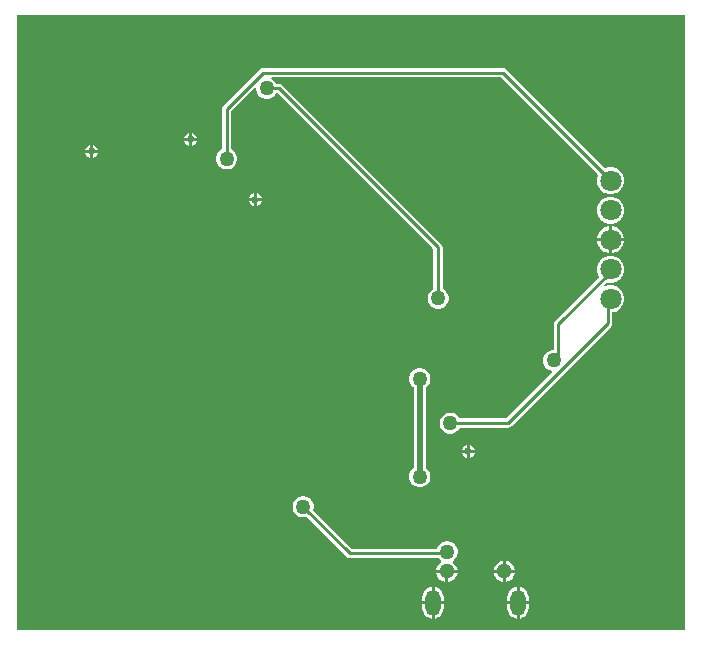
<source format=gbl>
G04*
G04 #@! TF.GenerationSoftware,Altium Limited,Altium Designer,22.0.2 (36)*
G04*
G04 Layer_Physical_Order=2*
G04 Layer_Color=16711680*
%FSLAX25Y25*%
%MOIN*%
G70*
G04*
G04 #@! TF.SameCoordinates,EEB94BB5-1E52-49F6-8271-472C1FCD53E5*
G04*
G04*
G04 #@! TF.FilePolarity,Positive*
G04*
G01*
G75*
%ADD11C,0.01000*%
%ADD42C,0.02000*%
%ADD43O,0.05118X0.08661*%
%ADD44C,0.05118*%
%ADD45C,0.07087*%
%ADD46C,0.02362*%
%ADD47C,0.05000*%
G36*
X224951Y2549D02*
X2049D01*
X2049Y207451D01*
X224951D01*
Y2549D01*
D02*
G37*
%LPC*%
G36*
X60500Y168154D02*
Y166500D01*
X62154D01*
X61849Y167236D01*
X61235Y167849D01*
X60500Y168154D01*
D02*
G37*
G36*
X59500D02*
X58764Y167849D01*
X58151Y167236D01*
X57846Y166500D01*
X59500D01*
Y168154D01*
D02*
G37*
G36*
X62154Y165500D02*
X60500D01*
Y163846D01*
X61235Y164151D01*
X61849Y164764D01*
X62154Y165500D01*
D02*
G37*
G36*
X59500D02*
X57846D01*
X58151Y164764D01*
X58764Y164151D01*
X59500Y163846D01*
Y165500D01*
D02*
G37*
G36*
X27500Y164154D02*
Y162500D01*
X29154D01*
X28849Y163235D01*
X28236Y163849D01*
X27500Y164154D01*
D02*
G37*
G36*
X26500D02*
X25765Y163849D01*
X25151Y163235D01*
X24846Y162500D01*
X26500D01*
Y164154D01*
D02*
G37*
G36*
X29154Y161500D02*
X27500D01*
Y159846D01*
X28236Y160151D01*
X28849Y160765D01*
X29154Y161500D01*
D02*
G37*
G36*
X26500D02*
X24846D01*
X25151Y160765D01*
X25765Y160151D01*
X26500Y159846D01*
Y161500D01*
D02*
G37*
G36*
X163985Y189729D02*
X84200D01*
X83615Y189613D01*
X83119Y189281D01*
X70919Y177081D01*
X70587Y176585D01*
X70471Y176000D01*
Y162659D01*
X69851Y162301D01*
X69199Y161649D01*
X68739Y160851D01*
X68500Y159961D01*
Y159039D01*
X68739Y158149D01*
X69199Y157351D01*
X69851Y156699D01*
X70649Y156238D01*
X71539Y156000D01*
X72461D01*
X73351Y156238D01*
X74149Y156699D01*
X74801Y157351D01*
X75261Y158149D01*
X75500Y159039D01*
Y159961D01*
X75261Y160851D01*
X74801Y161649D01*
X74149Y162301D01*
X73529Y162659D01*
Y175366D01*
X81400Y183237D01*
X81900Y183030D01*
Y182539D01*
X82139Y181649D01*
X82599Y180851D01*
X83251Y180199D01*
X84049Y179738D01*
X84939Y179500D01*
X85861D01*
X86751Y179738D01*
X87549Y180199D01*
X88201Y180851D01*
X88447Y181277D01*
X89006Y181331D01*
X140971Y129367D01*
Y116158D01*
X140351Y115801D01*
X139699Y115149D01*
X139239Y114351D01*
X139000Y113461D01*
Y112539D01*
X139239Y111649D01*
X139699Y110851D01*
X140351Y110199D01*
X141149Y109739D01*
X142039Y109500D01*
X142961D01*
X143851Y109739D01*
X144649Y110199D01*
X145301Y110851D01*
X145762Y111649D01*
X146000Y112539D01*
Y113461D01*
X145762Y114351D01*
X145301Y115149D01*
X144649Y115801D01*
X144029Y116158D01*
Y130000D01*
X143913Y130585D01*
X143581Y131081D01*
X90581Y184081D01*
X90085Y184413D01*
X89500Y184529D01*
X88559D01*
X88201Y185149D01*
X87549Y185801D01*
X86908Y186171D01*
X87042Y186671D01*
X163352D01*
X195882Y154140D01*
X195766Y153939D01*
X195457Y152783D01*
Y151587D01*
X195766Y150431D01*
X196364Y149395D01*
X197210Y148549D01*
X198246Y147951D01*
X199402Y147642D01*
X200598D01*
X201754Y147951D01*
X202790Y148549D01*
X203636Y149395D01*
X204234Y150431D01*
X204543Y151587D01*
Y152783D01*
X204234Y153939D01*
X203636Y154975D01*
X202790Y155821D01*
X201754Y156419D01*
X200598Y156728D01*
X199402D01*
X198246Y156419D01*
X198045Y156303D01*
X165066Y189281D01*
X164570Y189613D01*
X163985Y189729D01*
D02*
G37*
G36*
X82000Y147991D02*
Y146337D01*
X83654D01*
X83349Y147073D01*
X82736Y147686D01*
X82000Y147991D01*
D02*
G37*
G36*
X81000D02*
X80265Y147686D01*
X79651Y147073D01*
X79346Y146337D01*
X81000D01*
Y147991D01*
D02*
G37*
G36*
X83654Y145337D02*
X82000D01*
Y143683D01*
X82736Y143988D01*
X83349Y144602D01*
X83654Y145337D01*
D02*
G37*
G36*
X81000D02*
X79346D01*
X79651Y144602D01*
X80265Y143988D01*
X81000Y143683D01*
Y145337D01*
D02*
G37*
G36*
X200598Y146886D02*
X199402D01*
X198246Y146576D01*
X197210Y145978D01*
X196364Y145132D01*
X195766Y144096D01*
X195457Y142941D01*
Y141744D01*
X195766Y140589D01*
X196364Y139553D01*
X197210Y138707D01*
X198246Y138109D01*
X199402Y137799D01*
X200598D01*
X201754Y138109D01*
X202790Y138707D01*
X203636Y139553D01*
X204234Y140589D01*
X204543Y141744D01*
Y142941D01*
X204234Y144096D01*
X203636Y145132D01*
X202790Y145978D01*
X201754Y146576D01*
X200598Y146886D01*
D02*
G37*
G36*
Y137043D02*
X200500D01*
Y133000D01*
X204543D01*
Y133098D01*
X204234Y134254D01*
X203636Y135290D01*
X202790Y136135D01*
X201754Y136734D01*
X200598Y137043D01*
D02*
G37*
G36*
X199500D02*
X199402D01*
X198246Y136734D01*
X197210Y136135D01*
X196364Y135290D01*
X195766Y134254D01*
X195457Y133098D01*
Y133000D01*
X199500D01*
Y137043D01*
D02*
G37*
G36*
X204543Y132000D02*
X200500D01*
Y127957D01*
X200598D01*
X201754Y128266D01*
X202790Y128865D01*
X203636Y129710D01*
X204234Y130746D01*
X204543Y131902D01*
Y132000D01*
D02*
G37*
G36*
X199500D02*
X195457D01*
Y131902D01*
X195766Y130746D01*
X196364Y129710D01*
X197210Y128865D01*
X198246Y128266D01*
X199402Y127957D01*
X199500D01*
Y132000D01*
D02*
G37*
G36*
X200598Y127201D02*
X199402D01*
X198246Y126891D01*
X197210Y126293D01*
X196364Y125447D01*
X195766Y124411D01*
X195457Y123256D01*
Y122060D01*
X195766Y120904D01*
X196201Y120150D01*
X181546Y105496D01*
X181215Y104999D01*
X181098Y104414D01*
Y95761D01*
X180555D01*
X179665Y95523D01*
X178867Y95062D01*
X178216Y94410D01*
X177755Y93612D01*
X177516Y92722D01*
Y91800D01*
X177755Y90910D01*
X178216Y90112D01*
X178867Y89461D01*
X179665Y89000D01*
X180426Y88796D01*
X180644Y88307D01*
X165267Y72929D01*
X149658D01*
X149301Y73549D01*
X148649Y74201D01*
X147851Y74661D01*
X146961Y74900D01*
X146039D01*
X145149Y74661D01*
X144351Y74201D01*
X143699Y73549D01*
X143238Y72751D01*
X143000Y71861D01*
Y70939D01*
X143238Y70049D01*
X143699Y69251D01*
X144351Y68599D01*
X145149Y68138D01*
X146039Y67900D01*
X146961D01*
X147851Y68138D01*
X148649Y68599D01*
X149301Y69251D01*
X149658Y69871D01*
X165900D01*
X166485Y69987D01*
X166981Y70319D01*
X200173Y103510D01*
X200504Y104006D01*
X200621Y104591D01*
Y108278D01*
X201754Y108581D01*
X202790Y109179D01*
X203636Y110025D01*
X204234Y111061D01*
X204543Y112217D01*
Y113413D01*
X204234Y114569D01*
X203636Y115605D01*
X202790Y116451D01*
X201754Y117049D01*
X200598Y117358D01*
X199402D01*
X198246Y117049D01*
X197977Y116893D01*
X197670Y117293D01*
X198683Y118307D01*
X199402Y118114D01*
X200598D01*
X201754Y118424D01*
X202790Y119022D01*
X203636Y119868D01*
X204234Y120904D01*
X204543Y122060D01*
Y123256D01*
X204234Y124411D01*
X203636Y125447D01*
X202790Y126293D01*
X201754Y126891D01*
X200598Y127201D01*
D02*
G37*
G36*
X153000Y64154D02*
Y62500D01*
X154654D01*
X154349Y63235D01*
X153735Y63849D01*
X153000Y64154D01*
D02*
G37*
G36*
X152000D02*
X151265Y63849D01*
X150651Y63235D01*
X150346Y62500D01*
X152000D01*
Y64154D01*
D02*
G37*
G36*
X154654Y61500D02*
X153000D01*
Y59846D01*
X153735Y60151D01*
X154349Y60764D01*
X154654Y61500D01*
D02*
G37*
G36*
X152000D02*
X150346D01*
X150651Y60764D01*
X151265Y60151D01*
X152000Y59846D01*
Y61500D01*
D02*
G37*
G36*
X136861Y89700D02*
X135939D01*
X135049Y89461D01*
X134251Y89001D01*
X133599Y88349D01*
X133139Y87551D01*
X132900Y86661D01*
Y85739D01*
X133139Y84849D01*
X133599Y84051D01*
X134251Y83399D01*
X134361Y83336D01*
Y56441D01*
X134251Y56378D01*
X133599Y55726D01*
X133139Y54928D01*
X132900Y54038D01*
Y53116D01*
X133139Y52226D01*
X133599Y51428D01*
X134251Y50776D01*
X135049Y50316D01*
X135939Y50077D01*
X136861D01*
X137751Y50316D01*
X138549Y50776D01*
X139201Y51428D01*
X139662Y52226D01*
X139900Y53116D01*
Y54038D01*
X139662Y54928D01*
X139201Y55726D01*
X138549Y56378D01*
X138439Y56441D01*
Y83336D01*
X138549Y83399D01*
X139201Y84051D01*
X139662Y84849D01*
X139900Y85739D01*
Y86661D01*
X139662Y87551D01*
X139201Y88349D01*
X138549Y89001D01*
X137751Y89461D01*
X136861Y89700D01*
D02*
G37*
G36*
X165047Y25573D02*
Y22523D01*
X168098D01*
X167864Y23396D01*
X167395Y24208D01*
X166732Y24871D01*
X165921Y25339D01*
X165047Y25573D01*
D02*
G37*
G36*
X164047D02*
X163173Y25339D01*
X162362Y24871D01*
X161699Y24208D01*
X161231Y23396D01*
X160996Y22523D01*
X164047D01*
Y25573D01*
D02*
G37*
G36*
X97961Y47000D02*
X97039D01*
X96149Y46762D01*
X95351Y46301D01*
X94699Y45649D01*
X94239Y44851D01*
X94000Y43961D01*
Y43039D01*
X94239Y42149D01*
X94699Y41351D01*
X95351Y40699D01*
X96149Y40238D01*
X97039Y40000D01*
X97961D01*
X98652Y40185D01*
X111919Y26919D01*
X112415Y26587D01*
X113000Y26471D01*
X142630D01*
X142699Y26351D01*
X143351Y25699D01*
X143594Y25559D01*
X143594Y25059D01*
X143267Y24871D01*
X142605Y24208D01*
X142136Y23396D01*
X141902Y22523D01*
X149003D01*
X148769Y23396D01*
X148301Y24208D01*
X147638Y24871D01*
X147359Y25032D01*
X147359Y25532D01*
X147649Y25699D01*
X148301Y26351D01*
X148761Y27149D01*
X149000Y28039D01*
Y28961D01*
X148761Y29851D01*
X148301Y30649D01*
X147649Y31301D01*
X146851Y31762D01*
X145961Y32000D01*
X145039D01*
X144149Y31762D01*
X143351Y31301D01*
X142699Y30649D01*
X142238Y29851D01*
X142152Y29529D01*
X113634D01*
X100815Y42348D01*
X101000Y43039D01*
Y43961D01*
X100761Y44851D01*
X100301Y45649D01*
X99649Y46301D01*
X98851Y46762D01*
X97961Y47000D01*
D02*
G37*
G36*
X168098Y21523D02*
X165047D01*
Y18472D01*
X165921Y18706D01*
X166732Y19175D01*
X167395Y19837D01*
X167864Y20649D01*
X168098Y21523D01*
D02*
G37*
G36*
X164047D02*
X160996D01*
X161231Y20649D01*
X161699Y19837D01*
X162362Y19175D01*
X163173Y18706D01*
X164047Y18472D01*
Y21523D01*
D02*
G37*
G36*
X149003D02*
X145953D01*
Y18472D01*
X146826Y18706D01*
X147638Y19175D01*
X148301Y19837D01*
X148769Y20649D01*
X149003Y21523D01*
D02*
G37*
G36*
X144953D02*
X141902D01*
X142136Y20649D01*
X142605Y19837D01*
X143267Y19175D01*
X144079Y18706D01*
X144953Y18472D01*
Y21523D01*
D02*
G37*
G36*
X169673Y16806D02*
Y12011D01*
X172763D01*
Y13282D01*
X172640Y14211D01*
X172282Y15077D01*
X171711Y15821D01*
X170968Y16391D01*
X170102Y16750D01*
X169673Y16806D01*
D02*
G37*
G36*
X168673D02*
X168244Y16750D01*
X167378Y16391D01*
X166635Y15821D01*
X166064Y15077D01*
X165706Y14211D01*
X165583Y13282D01*
Y12011D01*
X168673D01*
Y16806D01*
D02*
G37*
G36*
X141327D02*
Y12011D01*
X144416D01*
Y13282D01*
X144294Y14211D01*
X143935Y15077D01*
X143365Y15821D01*
X142622Y16391D01*
X141756Y16750D01*
X141327Y16806D01*
D02*
G37*
G36*
X140327D02*
X139898Y16750D01*
X139032Y16391D01*
X138288Y15821D01*
X137718Y15077D01*
X137359Y14211D01*
X137237Y13282D01*
Y12011D01*
X140327D01*
Y16806D01*
D02*
G37*
G36*
X172763Y11011D02*
X169673D01*
Y6215D01*
X170102Y6272D01*
X170968Y6630D01*
X171711Y7201D01*
X172282Y7944D01*
X172640Y8810D01*
X172763Y9739D01*
Y11011D01*
D02*
G37*
G36*
X168673D02*
X165583D01*
Y9739D01*
X165706Y8810D01*
X166064Y7944D01*
X166635Y7201D01*
X167378Y6630D01*
X168244Y6272D01*
X168673Y6215D01*
Y11011D01*
D02*
G37*
G36*
X144416D02*
X141327D01*
Y6215D01*
X141756Y6272D01*
X142622Y6630D01*
X143365Y7201D01*
X143935Y7944D01*
X144294Y8810D01*
X144416Y9739D01*
Y11011D01*
D02*
G37*
G36*
X140327D02*
X137237D01*
Y9739D01*
X137359Y8810D01*
X137718Y7944D01*
X138288Y7201D01*
X139032Y6630D01*
X139898Y6272D01*
X140327Y6215D01*
Y11011D01*
D02*
G37*
%LPD*%
D11*
X72000Y176000D02*
X84200Y188200D01*
X72000Y159500D02*
Y176000D01*
X97500Y43500D02*
X113000Y28000D01*
X145000D01*
X145500Y28500D01*
X142500Y113000D02*
Y130000D01*
X89500Y183000D02*
X142500Y130000D01*
X181016Y93235D02*
X182628Y94847D01*
Y104414D01*
X181016Y92261D02*
Y93235D01*
X199091Y104591D02*
Y111906D01*
X146500Y71400D02*
X165900D01*
X199091Y104591D01*
Y111906D02*
X200000Y112815D01*
X182628Y104414D02*
X200000Y121786D01*
Y122658D01*
X85400Y183000D02*
X89500D01*
X163985Y188200D02*
X200000Y152185D01*
X84200Y188200D02*
X163985D01*
D42*
X136400Y53577D02*
Y86200D01*
D43*
X169173Y11511D02*
D03*
X140827D02*
D03*
D44*
X145453Y22023D02*
D03*
X164547D02*
D03*
D45*
X200000Y112815D02*
D03*
Y122658D02*
D03*
Y132500D02*
D03*
Y142343D02*
D03*
Y152185D02*
D03*
D46*
X27000Y162000D02*
D03*
X152500Y62000D02*
D03*
X60000Y166000D02*
D03*
X81500Y145837D02*
D03*
D47*
X72000Y159500D02*
D03*
X97500Y43500D02*
D03*
X145500Y28500D02*
D03*
X142500Y113000D02*
D03*
X181016Y92261D02*
D03*
X136400Y53577D02*
D03*
Y86200D02*
D03*
X146500Y71400D02*
D03*
X85400Y183000D02*
D03*
M02*

</source>
